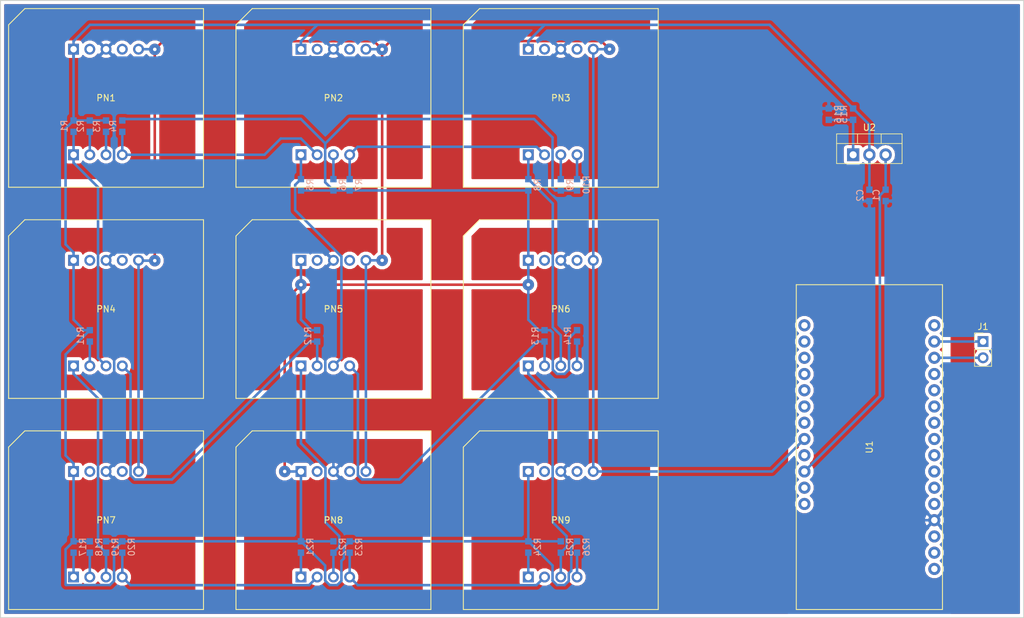
<source format=kicad_pcb>
(kicad_pcb (version 20171130) (host pcbnew "(5.0.0-rc2-dev-620-g5d71153ea)")
  (layers (0 F.Cu signal) (31 B.Cu signal) (34 B.Paste user) (35 F.Paste user) (36 B.SilkS user) (37 F.SilkS user) (38 B.Mask user) (39 F.Mask user) (44 Edge.Cuts user))
  (net 0 "")
  (net 1 "Net-(PN2-Pad2)")
  (net 2 VDD)
  (net 3 GND)
  (net 4 "Net-(PN2-Pad4)")
  (net 5 /nReset)
  (net 6 "Net-(PN2-Pad6)")
  (net 7 "Net-(PN1-Pad6)")
  (net 8 "Net-(PN2-Pad9)")
  (net 9 "Net-(PN3-Pad9)")
  (net 10 "Net-(PN3-Pad6)")
  (net 11 "Net-(PN3-Pad4)")
  (net 12 "Net-(PN3-Pad2)")
  (net 13 "Net-(PN4-Pad2)")
  (net 14 "Net-(PN4-Pad4)")
  (net 15 "Net-(PN4-Pad6)")
  (net 16 "Net-(PN1-Pad9)")
  (net 17 "Net-(PN4-Pad9)")
  (net 18 "Net-(PN5-Pad9)")
  (net 19 "Net-(PN5-Pad6)")
  (net 20 "Net-(PN5-Pad4)")
  (net 21 "Net-(PN5-Pad2)")
  (net 22 "Net-(PN6-Pad2)")
  (net 23 "Net-(PN6-Pad4)")
  (net 24 "Net-(PN6-Pad6)")
  (net 25 "Net-(PN6-Pad9)")
  (net 26 "Net-(PN7-Pad9)")
  (net 27 "Net-(PN7-Pad6)")
  (net 28 "Net-(PN7-Pad4)")
  (net 29 "Net-(PN7-Pad2)")
  (net 30 "Net-(PN8-Pad2)")
  (net 31 "Net-(PN8-Pad4)")
  (net 32 "Net-(PN8-Pad6)")
  (net 33 "Net-(PN8-Pad9)")
  (net 34 "Net-(PN9-Pad9)")
  (net 35 "Net-(PN9-Pad6)")
  (net 36 "Net-(PN9-Pad4)")
  (net 37 "Net-(PN9-Pad2)")
  (net 38 "Net-(PN1-Pad2)")
  (net 39 "Net-(PN1-Pad4)")
  (net 40 "Net-(PN1-Pad7)")
  (net 41 "Net-(PN1-Pad8)")
  (net 42 "Net-(PN2-Pad8)")
  (net 43 "Net-(PN3-Pad8)")
  (net 44 "Net-(PN4-Pad7)")
  (net 45 "Net-(PN7-Pad7)")
  (net 46 /RX)
  (net 47 /TX)
  (net 48 VBUS)
  (net 49 "Net-(U1-Pad14)")
  (net 50 "Net-(R15-Pad2)")
  (module custom:PicoNode-Socket-PH (layer F.Cu) (at 137.16 62.23)
    (fp_text reference PN3 (at 0 -13.97) (layer F.SilkS))
    (fp_text value PicoNode-Socket-PH)
    (pad 9 thru_hole circle (at 2.54 -5.08) (size 1.7 1.7) (drill 1) (layers *.Cu *.Mask) (net 9 "Net-(PN3-Pad9)"))
    (pad 8 thru_hole circle (at 0 -5.08) (size 1.7 1.7) (drill 1) (layers *.Cu *.Mask) (net 43 "Net-(PN3-Pad8)"))
    (pad 7 thru_hole circle (at -2.54 -5.08) (size 1.7 1.7) (drill 1) (layers *.Cu *.Mask) (net 8 "Net-(PN2-Pad9)"))
    (pad 6 thru_hole rect (at -5.08 -5.08) (size 1.7 1.7) (drill 1) (layers *.Cu *.Mask) (net 10 "Net-(PN3-Pad6)"))
    (pad 5 thru_hole circle (at 5.08 -21.59) (size 1.7 1.7) (drill 1) (layers *.Cu *.Mask) (net 5 /nReset))
    (pad 4 thru_hole circle (at 2.54 -21.59) (size 1.7 1.7) (drill 1) (layers *.Cu *.Mask) (net 11 "Net-(PN3-Pad4)"))
    (pad 3 thru_hole circle (at 0 -21.59) (size 1.7 1.7) (drill 1) (layers *.Cu *.Mask) (net 3 GND))
    (pad 1 thru_hole rect (at -5.08 -21.59) (size 1.7 1.7) (drill 1) (layers *.Cu *.Mask) (net 2 VDD))
    (pad 2 thru_hole circle (at -2.54 -21.59) (size 1.7 1.7) (drill 1) (layers *.Cu *.Mask) (net 12 "Net-(PN3-Pad2)"))
  )
  (module Capacitor_SMD:C_0603_1608Metric_Pad0.99x1.00mm_HandSolder (layer B.Cu) (at 187.96 63.5 270)
    (fp_text reference C1 (at 0 1.45 270) (layer B.SilkS) (effects (justify mirror)))
    (fp_text value 0.1µF)
    (pad 2 smd rect (at 0.8875 0 270) (size 0.995 1) (layers B.Cu B.Paste B.Mask) (net 3 GND))
    (pad 1 smd rect (at -0.8875 0 270) (size 0.995 1) (layers B.Cu B.Paste B.Mask) (net 48 VBUS))
  )
  (module Capacitor_SMD:C_0603_1608Metric_Pad0.99x1.00mm_HandSolder (layer B.Cu) (at 185.42 63.5 270)
    (fp_text reference C2 (at 0 1.45 270) (layer B.SilkS) (effects (justify mirror)))
    (fp_text value 1.0µF)
    (pad 1 smd rect (at -0.8875 0 270) (size 0.995 1) (layers B.Cu B.Paste B.Mask) (net 2 VDD))
    (pad 2 smd rect (at 0.8875 0 270) (size 0.995 1) (layers B.Cu B.Paste B.Mask) (net 3 GND))
  )
  (module Package_TO_SOT_THT:TO-220-3_Vertical (layer F.Cu) (at 182.88 57.15)
    (fp_text reference U2 (at 2.54 -4.27) (layer F.SilkS))
    (fp_text value LM317_3PinPackage)
    (pad 1 thru_hole rect (at 0 0) (size 1.905 2) (drill 1.1) (layers *.Cu *.Mask) (net 50 "Net-(R15-Pad2)"))
    (pad 2 thru_hole oval (at 2.54 0) (size 1.905 2) (drill 1.1) (layers *.Cu *.Mask) (net 2 VDD))
    (pad 3 thru_hole oval (at 5.08 0) (size 1.905 2) (drill 1.1) (layers *.Cu *.Mask) (net 48 VBUS))
  )
  (module Resistor_SMD:R_0603_1608Metric_Pad0.99x1.00mm_HandSolder (layer B.Cu) (at 182.88 50.8 270)
    (fp_text reference R15 (at 0 1.45 270) (layer B.SilkS) (effects (justify mirror)))
    (fp_text value 240)
    (pad 2 smd rect (at 0.8875 0 270) (size 0.995 1) (layers B.Cu B.Paste B.Mask) (net 50 "Net-(R15-Pad2)"))
    (pad 1 smd rect (at -0.8875 0 270) (size 0.995 1) (layers B.Cu B.Paste B.Mask) (net 2 VDD))
  )
  (module Resistor_SMD:R_0603_1608Metric_Pad0.99x1.00mm_HandSolder (layer B.Cu) (at 179.07 50.8 90)
    (fp_text reference R16 (at 0 1.45 90) (layer B.SilkS) (effects (justify mirror)))
    (fp_text value 390)
    (pad 1 smd rect (at -0.8875 0 90) (size 0.995 1) (layers B.Cu B.Paste B.Mask) (net 50 "Net-(R15-Pad2)"))
    (pad 2 smd rect (at 0.8875 0 90) (size 0.995 1) (layers B.Cu B.Paste B.Mask) (net 3 GND))
  )
  (module custom:PicoNode-Socket-PH (layer F.Cu) (at 101.6 95.25)
    (fp_text reference PN5 (at 0 -13.97) (layer F.SilkS))
    (fp_text value PicoNode-Socket-PH)
    (pad 9 thru_hole circle (at 2.54 -5.08) (size 1.7 1.7) (drill 1) (layers *.Cu *.Mask) (net 18 "Net-(PN5-Pad9)"))
    (pad 8 thru_hole circle (at 0 -5.08) (size 1.7 1.7) (drill 1) (layers *.Cu *.Mask) (net 6 "Net-(PN2-Pad6)"))
    (pad 7 thru_hole circle (at -2.54 -5.08) (size 1.7 1.7) (drill 1) (layers *.Cu *.Mask) (net 17 "Net-(PN4-Pad9)"))
    (pad 6 thru_hole rect (at -5.08 -5.08) (size 1.7 1.7) (drill 1) (layers *.Cu *.Mask) (net 19 "Net-(PN5-Pad6)"))
    (pad 5 thru_hole circle (at 5.08 -21.59) (size 1.7 1.7) (drill 1) (layers *.Cu *.Mask) (net 5 /nReset))
    (pad 4 thru_hole circle (at 2.54 -21.59) (size 1.7 1.7) (drill 1) (layers *.Cu *.Mask) (net 20 "Net-(PN5-Pad4)"))
    (pad 3 thru_hole circle (at 0 -21.59) (size 1.7 1.7) (drill 1) (layers *.Cu *.Mask) (net 3 GND))
    (pad 1 thru_hole rect (at -5.08 -21.59) (size 1.7 1.7) (drill 1) (layers *.Cu *.Mask) (net 2 VDD))
    (pad 2 thru_hole circle (at -2.54 -21.59) (size 1.7 1.7) (drill 1) (layers *.Cu *.Mask) (net 21 "Net-(PN5-Pad2)"))
  )
  (module custom:PicoNode-Socket-PH (layer F.Cu) (at 66.04 95.25)
    (fp_text reference PN4 (at 0 -13.97) (layer F.SilkS))
    (fp_text value PicoNode-Socket-PH)
    (pad 2 thru_hole circle (at -2.54 -21.59) (size 1.7 1.7) (drill 1) (layers *.Cu *.Mask) (net 13 "Net-(PN4-Pad2)"))
    (pad 1 thru_hole rect (at -5.08 -21.59) (size 1.7 1.7) (drill 1) (layers *.Cu *.Mask) (net 2 VDD))
    (pad 3 thru_hole circle (at 0 -21.59) (size 1.7 1.7) (drill 1) (layers *.Cu *.Mask) (net 3 GND))
    (pad 4 thru_hole circle (at 2.54 -21.59) (size 1.7 1.7) (drill 1) (layers *.Cu *.Mask) (net 14 "Net-(PN4-Pad4)"))
    (pad 5 thru_hole circle (at 5.08 -21.59) (size 1.7 1.7) (drill 1) (layers *.Cu *.Mask) (net 5 /nReset))
    (pad 6 thru_hole rect (at -5.08 -5.08) (size 1.7 1.7) (drill 1) (layers *.Cu *.Mask) (net 15 "Net-(PN4-Pad6)"))
    (pad 7 thru_hole circle (at -2.54 -5.08) (size 1.7 1.7) (drill 1) (layers *.Cu *.Mask) (net 44 "Net-(PN4-Pad7)"))
    (pad 8 thru_hole circle (at 0 -5.08) (size 1.7 1.7) (drill 1) (layers *.Cu *.Mask) (net 7 "Net-(PN1-Pad6)"))
    (pad 9 thru_hole circle (at 2.54 -5.08) (size 1.7 1.7) (drill 1) (layers *.Cu *.Mask) (net 17 "Net-(PN4-Pad9)"))
  )
  (module custom:PicoNode-Socket-PH (layer F.Cu) (at 101.6 62.23)
    (fp_text reference PN2 (at 0 -13.97) (layer F.SilkS))
    (fp_text value PicoNode-Socket-PH)
    (pad 2 thru_hole circle (at -2.54 -21.59) (size 1.7 1.7) (drill 1) (layers *.Cu *.Mask) (net 1 "Net-(PN2-Pad2)"))
    (pad 1 thru_hole rect (at -5.08 -21.59) (size 1.7 1.7) (drill 1) (layers *.Cu *.Mask) (net 2 VDD))
    (pad 3 thru_hole circle (at 0 -21.59) (size 1.7 1.7) (drill 1) (layers *.Cu *.Mask) (net 3 GND))
    (pad 4 thru_hole circle (at 2.54 -21.59) (size 1.7 1.7) (drill 1) (layers *.Cu *.Mask) (net 4 "Net-(PN2-Pad4)"))
    (pad 5 thru_hole circle (at 5.08 -21.59) (size 1.7 1.7) (drill 1) (layers *.Cu *.Mask) (net 5 /nReset))
    (pad 6 thru_hole rect (at -5.08 -5.08) (size 1.7 1.7) (drill 1) (layers *.Cu *.Mask) (net 6 "Net-(PN2-Pad6)"))
    (pad 7 thru_hole circle (at -2.54 -5.08) (size 1.7 1.7) (drill 1) (layers *.Cu *.Mask) (net 16 "Net-(PN1-Pad9)"))
    (pad 8 thru_hole circle (at 0 -5.08) (size 1.7 1.7) (drill 1) (layers *.Cu *.Mask) (net 42 "Net-(PN2-Pad8)"))
    (pad 9 thru_hole circle (at 2.54 -5.08) (size 1.7 1.7) (drill 1) (layers *.Cu *.Mask) (net 8 "Net-(PN2-Pad9)"))
  )
  (module Connector_PinHeader_2.54mm:PinHeader_1x02_P2.54mm_Vertical (layer F.Cu) (at 203.2 86.36)
    (fp_text reference J1 (at 0 -2.33) (layer F.SilkS))
    (fp_text value UART)
    (pad 1 thru_hole rect (at 0 0) (size 1.7 1.7) (drill 1) (layers *.Cu *.Mask) (net 47 /TX))
    (pad 2 thru_hole oval (at 0 2.54) (size 1.7 1.7) (drill 1) (layers *.Cu *.Mask) (net 46 /RX))
  )
  (module Resistor_SMD:R_0603_1608Metric_Pad0.99x1.00mm_HandSolder (layer B.Cu) (at 63.5 52.677056 270)
    (fp_text reference R2 (at 0 1.45 270) (layer B.SilkS) (effects (justify mirror)))
    (fp_text value 4.7K)
    (pad 2 smd rect (at 0.8875 0 270) (size 0.995 1) (layers B.Cu B.Paste B.Mask) (net 40 "Net-(PN1-Pad7)"))
    (pad 1 smd rect (at -0.8875 0 270) (size 0.995 1) (layers B.Cu B.Paste B.Mask) (net 2 VDD))
  )
  (module Resistor_SMD:R_0603_1608Metric_Pad0.99x1.00mm_HandSolder (layer B.Cu) (at 139.7 118.4925 90)
    (fp_text reference R26 (at 0 1.45 90) (layer B.SilkS) (effects (justify mirror)))
    (fp_text value 4.7K)
    (pad 1 smd rect (at -0.8875 0 90) (size 0.995 1) (layers B.Cu B.Paste B.Mask) (net 34 "Net-(PN9-Pad9)"))
    (pad 2 smd rect (at 0.8875 0 90) (size 0.995 1) (layers B.Cu B.Paste B.Mask) (net 2 VDD))
  )
  (module Resistor_SMD:R_0603_1608Metric_Pad0.99x1.00mm_HandSolder (layer B.Cu) (at 137.16 118.4925 90)
    (fp_text reference R25 (at 0 1.45 90) (layer B.SilkS) (effects (justify mirror)))
    (fp_text value 4.7K)
    (pad 2 smd rect (at 0.8875 0 90) (size 0.995 1) (layers B.Cu B.Paste B.Mask) (net 2 VDD))
    (pad 1 smd rect (at -0.8875 0 90) (size 0.995 1) (layers B.Cu B.Paste B.Mask) (net 24 "Net-(PN6-Pad6)"))
  )
  (module Resistor_SMD:R_0603_1608Metric_Pad0.99x1.00mm_HandSolder (layer B.Cu) (at 132.08 118.4925 90)
    (fp_text reference R24 (at 0 1.45 90) (layer B.SilkS) (effects (justify mirror)))
    (fp_text value 4.7K)
    (pad 1 smd rect (at -0.8875 0 90) (size 0.995 1) (layers B.Cu B.Paste B.Mask) (net 35 "Net-(PN9-Pad6)"))
    (pad 2 smd rect (at 0.8875 0 90) (size 0.995 1) (layers B.Cu B.Paste B.Mask) (net 2 VDD))
  )
  (module Resistor_SMD:R_0603_1608Metric_Pad0.99x1.00mm_HandSolder (layer B.Cu) (at 104.14 118.4925 90)
    (fp_text reference R23 (at 0 1.45 90) (layer B.SilkS) (effects (justify mirror)))
    (fp_text value 4.7K)
    (pad 2 smd rect (at 0.8875 0 90) (size 0.995 1) (layers B.Cu B.Paste B.Mask) (net 2 VDD))
    (pad 1 smd rect (at -0.8875 0 90) (size 0.995 1) (layers B.Cu B.Paste B.Mask) (net 33 "Net-(PN8-Pad9)"))
  )
  (module Resistor_SMD:R_0603_1608Metric_Pad0.99x1.00mm_HandSolder (layer B.Cu) (at 101.6 118.4925 90)
    (fp_text reference R22 (at 0 1.45 90) (layer B.SilkS) (effects (justify mirror)))
    (fp_text value 4.7K)
    (pad 1 smd rect (at -0.8875 0 90) (size 0.995 1) (layers B.Cu B.Paste B.Mask) (net 19 "Net-(PN5-Pad6)"))
    (pad 2 smd rect (at 0.8875 0 90) (size 0.995 1) (layers B.Cu B.Paste B.Mask) (net 2 VDD))
  )
  (module Resistor_SMD:R_0603_1608Metric_Pad0.99x1.00mm_HandSolder (layer B.Cu) (at 96.52 118.4925 90)
    (fp_text reference R21 (at 0 1.45 90) (layer B.SilkS) (effects (justify mirror)))
    (fp_text value 4.7K)
    (pad 2 smd rect (at 0.8875 0 90) (size 0.995 1) (layers B.Cu B.Paste B.Mask) (net 2 VDD))
    (pad 1 smd rect (at -0.8875 0 90) (size 0.995 1) (layers B.Cu B.Paste B.Mask) (net 32 "Net-(PN8-Pad6)"))
  )
  (module Resistor_SMD:R_0603_1608Metric_Pad0.99x1.00mm_HandSolder (layer B.Cu) (at 66.04 118.4925 90)
    (fp_text reference R19 (at 0 1.45 90) (layer B.SilkS) (effects (justify mirror)))
    (fp_text value 4.7K)
    (pad 1 smd rect (at -0.8875 0 90) (size 0.995 1) (layers B.Cu B.Paste B.Mask) (net 15 "Net-(PN4-Pad6)"))
    (pad 2 smd rect (at 0.8875 0 90) (size 0.995 1) (layers B.Cu B.Paste B.Mask) (net 2 VDD))
  )
  (module Resistor_SMD:R_0603_1608Metric_Pad0.99x1.00mm_HandSolder (layer B.Cu) (at 63.5 118.4925 90)
    (fp_text reference R18 (at 0 1.45 90) (layer B.SilkS) (effects (justify mirror)))
    (fp_text value 4.7K)
    (pad 2 smd rect (at 0.8875 0 90) (size 0.995 1) (layers B.Cu B.Paste B.Mask) (net 2 VDD))
    (pad 1 smd rect (at -0.8875 0 90) (size 0.995 1) (layers B.Cu B.Paste B.Mask) (net 45 "Net-(PN7-Pad7)"))
  )
  (module Resistor_SMD:R_0603_1608Metric_Pad0.99x1.00mm_HandSolder (layer B.Cu) (at 60.96 118.4925 90)
    (fp_text reference R17 (at 0 1.45 90) (layer B.SilkS) (effects (justify mirror)))
    (fp_text value 4.7K)
    (pad 1 smd rect (at -0.8875 0 90) (size 0.995 1) (layers B.Cu B.Paste B.Mask) (net 27 "Net-(PN7-Pad6)"))
    (pad 2 smd rect (at 0.8875 0 90) (size 0.995 1) (layers B.Cu B.Paste B.Mask) (net 2 VDD))
  )
  (module Resistor_SMD:R_0603_1608Metric_Pad0.99x1.00mm_HandSolder (layer B.Cu) (at 139.7 85.4725 270)
    (fp_text reference R14 (at 0 1.45 270) (layer B.SilkS) (effects (justify mirror)))
    (fp_text value 4.7K)
    (pad 2 smd rect (at 0.8875 0 270) (size 0.995 1) (layers B.Cu B.Paste B.Mask) (net 25 "Net-(PN6-Pad9)"))
    (pad 1 smd rect (at -0.8875 0 270) (size 0.995 1) (layers B.Cu B.Paste B.Mask) (net 2 VDD))
  )
  (module Resistor_SMD:R_0603_1608Metric_Pad0.99x1.00mm_HandSolder (layer B.Cu) (at 134.62 85.4725 270)
    (fp_text reference R13 (at 0 1.45 270) (layer B.SilkS) (effects (justify mirror)))
    (fp_text value 4.7K)
    (pad 1 smd rect (at -0.8875 0 270) (size 0.995 1) (layers B.Cu B.Paste B.Mask) (net 2 VDD))
    (pad 2 smd rect (at 0.8875 0 270) (size 0.995 1) (layers B.Cu B.Paste B.Mask) (net 18 "Net-(PN5-Pad9)"))
  )
  (module Resistor_SMD:R_0603_1608Metric_Pad0.99x1.00mm_HandSolder (layer B.Cu) (at 60.96 52.677056 270)
    (fp_text reference R1 (at 0 1.45 270) (layer B.SilkS) (effects (justify mirror)))
    (fp_text value 4.7K)
    (pad 2 smd rect (at 0.8875 0 270) (size 0.995 1) (layers B.Cu B.Paste B.Mask) (net 7 "Net-(PN1-Pad6)"))
    (pad 1 smd rect (at -0.8875 0 270) (size 0.995 1) (layers B.Cu B.Paste B.Mask) (net 2 VDD))
  )
  (module Resistor_SMD:R_0603_1608Metric_Pad0.99x1.00mm_HandSolder (layer B.Cu) (at 66.04 52.677056 270)
    (fp_text reference R3 (at 0 1.45 270) (layer B.SilkS) (effects (justify mirror)))
    (fp_text value 4.7K)
    (pad 1 smd rect (at -0.8875 0 270) (size 0.995 1) (layers B.Cu B.Paste B.Mask) (net 2 VDD))
    (pad 2 smd rect (at 0.8875 0 270) (size 0.995 1) (layers B.Cu B.Paste B.Mask) (net 41 "Net-(PN1-Pad8)"))
  )
  (module Resistor_SMD:R_0603_1608Metric_Pad0.99x1.00mm_HandSolder (layer B.Cu) (at 68.58 52.677056 270)
    (fp_text reference R4 (at 0 1.45 270) (layer B.SilkS) (effects (justify mirror)))
    (fp_text value 4.7K)
    (pad 2 smd rect (at 0.8875 0 270) (size 0.995 1) (layers B.Cu B.Paste B.Mask) (net 16 "Net-(PN1-Pad9)"))
    (pad 1 smd rect (at -0.8875 0 270) (size 0.995 1) (layers B.Cu B.Paste B.Mask) (net 2 VDD))
  )
  (module Resistor_SMD:R_0603_1608Metric_Pad0.99x1.00mm_HandSolder (layer B.Cu) (at 96.52 61.8475 90)
    (fp_text reference R5 (at 0 1.45 90) (layer B.SilkS) (effects (justify mirror)))
    (fp_text value 4.7K)
    (pad 1 smd rect (at -0.8875 0 90) (size 0.995 1) (layers B.Cu B.Paste B.Mask) (net 2 VDD))
    (pad 2 smd rect (at 0.8875 0 90) (size 0.995 1) (layers B.Cu B.Paste B.Mask) (net 6 "Net-(PN2-Pad6)"))
  )
  (module Resistor_SMD:R_0603_1608Metric_Pad0.99x1.00mm_HandSolder (layer B.Cu) (at 101.6 61.8475 90)
    (fp_text reference R6 (at 0 1.45 90) (layer B.SilkS) (effects (justify mirror)))
    (fp_text value 4.7K)
    (pad 2 smd rect (at 0.8875 0 90) (size 0.995 1) (layers B.Cu B.Paste B.Mask) (net 42 "Net-(PN2-Pad8)"))
    (pad 1 smd rect (at -0.8875 0 90) (size 0.995 1) (layers B.Cu B.Paste B.Mask) (net 2 VDD))
  )
  (module Resistor_SMD:R_0603_1608Metric_Pad0.99x1.00mm_HandSolder (layer B.Cu) (at 104.14 61.8475 90)
    (fp_text reference R7 (at 0 1.45 90) (layer B.SilkS) (effects (justify mirror)))
    (fp_text value 4.7K)
    (pad 1 smd rect (at -0.8875 0 90) (size 0.995 1) (layers B.Cu B.Paste B.Mask) (net 2 VDD))
    (pad 2 smd rect (at 0.8875 0 90) (size 0.995 1) (layers B.Cu B.Paste B.Mask) (net 8 "Net-(PN2-Pad9)"))
  )
  (module Resistor_SMD:R_0603_1608Metric_Pad0.99x1.00mm_HandSolder (layer B.Cu) (at 132.08 61.8475 90)
    (fp_text reference R8 (at 0 1.45 90) (layer B.SilkS) (effects (justify mirror)))
    (fp_text value 4.7K)
    (pad 2 smd rect (at 0.8875 0 90) (size 0.995 1) (layers B.Cu B.Paste B.Mask) (net 10 "Net-(PN3-Pad6)"))
    (pad 1 smd rect (at -0.8875 0 90) (size 0.995 1) (layers B.Cu B.Paste B.Mask) (net 2 VDD))
  )
  (module Resistor_SMD:R_0603_1608Metric_Pad0.99x1.00mm_HandSolder (layer B.Cu) (at 137.16 61.8475 90)
    (fp_text reference R9 (at 0 1.45 90) (layer B.SilkS) (effects (justify mirror)))
    (fp_text value 4.7K)
    (pad 1 smd rect (at -0.8875 0 90) (size 0.995 1) (layers B.Cu B.Paste B.Mask) (net 2 VDD))
    (pad 2 smd rect (at 0.8875 0 90) (size 0.995 1) (layers B.Cu B.Paste B.Mask) (net 43 "Net-(PN3-Pad8)"))
  )
  (module Resistor_SMD:R_0603_1608Metric_Pad0.99x1.00mm_HandSolder (layer B.Cu) (at 139.7 61.8475 90)
    (fp_text reference R10 (at 0 1.45 90) (layer B.SilkS) (effects (justify mirror)))
    (fp_text value 4.7K)
    (pad 2 smd rect (at 0.8875 0 90) (size 0.995 1) (layers B.Cu B.Paste B.Mask) (net 9 "Net-(PN3-Pad9)"))
    (pad 1 smd rect (at -0.8875 0 90) (size 0.995 1) (layers B.Cu B.Paste B.Mask) (net 2 VDD))
  )
  (module Resistor_SMD:R_0603_1608Metric_Pad0.99x1.00mm_HandSolder (layer B.Cu) (at 63.5 85.4725 270)
    (fp_text reference R11 (at 0 1.45 270) (layer B.SilkS) (effects (justify mirror)))
    (fp_text value 4.7K)
    (pad 1 smd rect (at -0.8875 0 270) (size 0.995 1) (layers B.Cu B.Paste B.Mask) (net 2 VDD))
    (pad 2 smd rect (at 0.8875 0 270) (size 0.995 1) (layers B.Cu B.Paste B.Mask) (net 44 "Net-(PN4-Pad7)"))
  )
  (module Resistor_SMD:R_0603_1608Metric_Pad0.99x1.00mm_HandSolder (layer B.Cu) (at 68.58 118.4925 90)
    (fp_text reference R20 (at 0 1.45 90) (layer B.SilkS) (effects (justify mirror)))
    (fp_text value 4.7K)
    (pad 2 smd rect (at 0.8875 0 90) (size 0.995 1) (layers B.Cu B.Paste B.Mask) (net 2 VDD))
    (pad 1 smd rect (at -0.8875 0 90) (size 0.995 1) (layers B.Cu B.Paste B.Mask) (net 26 "Net-(PN7-Pad9)"))
  )
  (module Resistor_SMD:R_0603_1608Metric_Pad0.99x1.00mm_HandSolder (layer B.Cu) (at 99.06 85.4725 270)
    (fp_text reference R12 (at 0 1.45 270) (layer B.SilkS) (effects (justify mirror)))
    (fp_text value 4.7K)
    (pad 1 smd rect (at -0.8875 0 270) (size 0.995 1) (layers B.Cu B.Paste B.Mask) (net 2 VDD))
    (pad 2 smd rect (at 0.8875 0 270) (size 0.995 1) (layers B.Cu B.Paste B.Mask) (net 17 "Net-(PN4-Pad9)"))
  )
  (module custom:Adafruit_HUZZAH32 (layer F.Cu) (at 196.85 128.27 90)
    (fp_text reference U1 (at 25.4 -11.43 90) (layer F.SilkS))
    (fp_text value Huzzah32)
    (pad 1 thru_hole circle (at 16.51 -21.59 90) (size 1.9 1.9) (drill 1) (layers *.Cu *.Mask))
    (pad 2 thru_hole circle (at 19.05 -21.59 90) (size 1.9 1.9) (drill 1) (layers *.Cu *.Mask))
    (pad 3 thru_hole circle (at 21.59 -21.59 90) (size 1.9 1.9) (drill 1) (layers *.Cu *.Mask) (net 48 VBUS))
    (pad 4 thru_hole circle (at 24.13 -21.59 90) (size 1.9 1.9) (drill 1) (layers *.Cu *.Mask))
    (pad 5 thru_hole circle (at 26.67 -21.59 90) (size 1.9 1.9) (drill 1) (layers *.Cu *.Mask) (net 5 /nReset))
    (pad 6 thru_hole circle (at 29.21 -21.59 90) (size 1.9 1.9) (drill 1) (layers *.Cu *.Mask))
    (pad 7 thru_hole circle (at 31.75 -21.59 90) (size 1.9 1.9) (drill 1) (layers *.Cu *.Mask))
    (pad 8 thru_hole circle (at 34.29 -21.59 90) (size 1.9 1.9) (drill 1) (layers *.Cu *.Mask))
    (pad 9 thru_hole circle (at 36.83 -21.59 90) (size 1.9 1.9) (drill 1) (layers *.Cu *.Mask))
    (pad 10 thru_hole circle (at 39.37 -21.59 90) (size 1.9 1.9) (drill 1) (layers *.Cu *.Mask))
    (pad 11 thru_hole circle (at 41.91 -21.59 90) (size 1.9 1.9) (drill 1) (layers *.Cu *.Mask))
    (pad 12 thru_hole circle (at 44.45 -21.59 90) (size 1.9 1.9) (drill 1) (layers *.Cu *.Mask))
    (pad 13 thru_hole circle (at 6.35 -1.27 90) (size 1.9 1.9) (drill 1) (layers *.Cu *.Mask))
    (pad 14 thru_hole circle (at 8.89 -1.27 90) (size 1.9 1.9) (drill 1) (layers *.Cu *.Mask) (net 49 "Net-(U1-Pad14)"))
    (pad 15 thru_hole circle (at 11.43 -1.27 90) (size 1.9 1.9) (drill 1) (layers *.Cu *.Mask))
    (pad 16 thru_hole circle (at 13.97 -1.27 90) (size 1.9 1.9) (drill 1) (layers *.Cu *.Mask) (net 3 GND))
    (pad 17 thru_hole circle (at 16.51 -1.27 90) (size 1.9 1.9) (drill 1) (layers *.Cu *.Mask))
    (pad 18 thru_hole circle (at 19.05 -1.27 90) (size 1.9 1.9) (drill 1) (layers *.Cu *.Mask))
    (pad 19 thru_hole circle (at 21.59 -1.27 90) (size 1.9 1.9) (drill 1) (layers *.Cu *.Mask))
    (pad 20 thru_hole circle (at 24.13 -1.27 90) (size 1.9 1.9) (drill 1) (layers *.Cu *.Mask))
    (pad 21 thru_hole circle (at 26.67 -1.27 90) (size 1.9 1.9) (drill 1) (layers *.Cu *.Mask))
    (pad 22 thru_hole circle (at 29.21 -1.27 90) (size 1.9 1.9) (drill 1) (layers *.Cu *.Mask))
    (pad 23 thru_hole circle (at 31.75 -1.27 90) (size 1.9 1.9) (drill 1) (layers *.Cu *.Mask))
    (pad 24 thru_hole circle (at 34.29 -1.27 90) (size 1.9 1.9) (drill 1) (layers *.Cu *.Mask))
    (pad 25 thru_hole circle (at 36.83 -1.27 90) (size 1.9 1.9) (drill 1) (layers *.Cu *.Mask))
    (pad 26 thru_hole circle (at 39.37 -1.27 90) (size 1.9 1.9) (drill 1) (layers *.Cu *.Mask) (net 46 /RX))
    (pad 27 thru_hole circle (at 41.91 -1.27 90) (size 1.9 1.9) (drill 1) (layers *.Cu *.Mask) (net 47 /TX))
    (pad 28 thru_hole circle (at 44.45 -1.27 90) (size 1.9 1.9) (drill 1) (layers *.Cu *.Mask))
  )
  (module custom:PicoNode-Socket-PH (layer F.Cu) (at 66.04 62.23)
    (fp_text reference PN1 (at 0 -13.97) (layer F.SilkS))
    (fp_text value PicoNode-Socket-PH)
    (pad 2 thru_hole circle (at -2.54 -21.59) (size 1.7 1.7) (drill 1) (layers *.Cu *.Mask) (net 38 "Net-(PN1-Pad2)"))
    (pad 1 thru_hole rect (at -5.08 -21.59) (size 1.7 1.7) (drill 1) (layers *.Cu *.Mask) (net 2 VDD))
    (pad 3 thru_hole circle (at 0 -21.59) (size 1.7 1.7) (drill 1) (layers *.Cu *.Mask) (net 3 GND))
    (pad 4 thru_hole circle (at 2.54 -21.59) (size 1.7 1.7) (drill 1) (layers *.Cu *.Mask) (net 39 "Net-(PN1-Pad4)"))
    (pad 5 thru_hole circle (at 5.08 -21.59) (size 1.7 1.7) (drill 1) (layers *.Cu *.Mask) (net 5 /nReset))
    (pad 6 thru_hole rect (at -5.08 -5.08) (size 1.7 1.7) (drill 1) (layers *.Cu *.Mask) (net 7 "Net-(PN1-Pad6)"))
    (pad 7 thru_hole circle (at -2.54 -5.08) (size 1.7 1.7) (drill 1) (layers *.Cu *.Mask) (net 40 "Net-(PN1-Pad7)"))
    (pad 8 thru_hole circle (at 0 -5.08) (size 1.7 1.7) (drill 1) (layers *.Cu *.Mask) (net 41 "Net-(PN1-Pad8)"))
    (pad 9 thru_hole circle (at 2.54 -5.08) (size 1.7 1.7) (drill 1) (layers *.Cu *.Mask) (net 16 "Net-(PN1-Pad9)"))
  )
  (module custom:PicoNode-Socket-PH (layer F.Cu) (at 137.16 128.27)
    (fp_text reference PN9 (at 0 -13.97) (layer F.SilkS))
    (fp_text value PicoNode-Socket-PH)
    (pad 9 thru_hole circle (at 2.54 -5.08) (size 1.7 1.7) (drill 1) (layers *.Cu *.Mask) (net 34 "Net-(PN9-Pad9)"))
    (pad 8 thru_hole circle (at 0 -5.08) (size 1.7 1.7) (drill 1) (layers *.Cu *.Mask) (net 24 "Net-(PN6-Pad6)"))
    (pad 7 thru_hole circle (at -2.54 -5.08) (size 1.7 1.7) (drill 1) (layers *.Cu *.Mask) (net 33 "Net-(PN8-Pad9)"))
    (pad 6 thru_hole rect (at -5.08 -5.08) (size 1.7 1.7) (drill 1) (layers *.Cu *.Mask) (net 35 "Net-(PN9-Pad6)"))
    (pad 5 thru_hole circle (at 5.08 -21.59) (size 1.7 1.7) (drill 1) (layers *.Cu *.Mask) (net 5 /nReset))
    (pad 4 thru_hole circle (at 2.54 -21.59) (size 1.7 1.7) (drill 1) (layers *.Cu *.Mask) (net 36 "Net-(PN9-Pad4)"))
    (pad 3 thru_hole circle (at 0 -21.59) (size 1.7 1.7) (drill 1) (layers *.Cu *.Mask) (net 3 GND))
    (pad 1 thru_hole rect (at -5.08 -21.59) (size 1.7 1.7) (drill 1) (layers *.Cu *.Mask) (net 2 VDD))
    (pad 2 thru_hole circle (at -2.54 -21.59) (size 1.7 1.7) (drill 1) (layers *.Cu *.Mask) (net 37 "Net-(PN9-Pad2)"))
  )
  (module custom:PicoNode-Socket-PH (layer F.Cu) (at 101.6 128.27)
    (fp_text reference PN8 (at 0 -13.97) (layer F.SilkS))
    (fp_text value PicoNode-Socket-PH)
    (pad 2 thru_hole circle (at -2.54 -21.59) (size 1.7 1.7) (drill 1) (layers *.Cu *.Mask) (net 30 "Net-(PN8-Pad2)"))
    (pad 1 thru_hole rect (at -5.08 -21.59) (size 1.7 1.7) (drill 1) (layers *.Cu *.Mask) (net 2 VDD))
    (pad 3 thru_hole circle (at 0 -21.59) (size 1.7 1.7) (drill 1) (layers *.Cu *.Mask) (net 3 GND))
    (pad 4 thru_hole circle (at 2.54 -21.59) (size 1.7 1.7) (drill 1) (layers *.Cu *.Mask) (net 31 "Net-(PN8-Pad4)"))
    (pad 5 thru_hole circle (at 5.08 -21.59) (size 1.7 1.7) (drill 1) (layers *.Cu *.Mask) (net 5 /nReset))
    (pad 6 thru_hole rect (at -5.08 -5.08) (size 1.7 1.7) (drill 1) (layers *.Cu *.Mask) (net 32 "Net-(PN8-Pad6)"))
    (pad 7 thru_hole circle (at -2.54 -5.08) (size 1.7 1.7) (drill 1) (layers *.Cu *.Mask) (net 26 "Net-(PN7-Pad9)"))
    (pad 8 thru_hole circle (at 0 -5.08) (size 1.7 1.7) (drill 1) (layers *.Cu *.Mask) (net 19 "Net-(PN5-Pad6)"))
    (pad 9 thru_hole circle (at 2.54 -5.08) (size 1.7 1.7) (drill 1) (layers *.Cu *.Mask) (net 33 "Net-(PN8-Pad9)"))
  )
  (module custom:PicoNode-Socket-PH (layer F.Cu) (at 66.04 128.27)
    (fp_text reference PN7 (at 0 -13.97) (layer F.SilkS))
    (fp_text value PicoNode-Socket-PH)
    (pad 9 thru_hole circle (at 2.54 -5.08) (size 1.7 1.7) (drill 1) (layers *.Cu *.Mask) (net 26 "Net-(PN7-Pad9)"))
    (pad 8 thru_hole circle (at 0 -5.08) (size 1.7 1.7) (drill 1) (layers *.Cu *.Mask) (net 15 "Net-(PN4-Pad6)"))
    (pad 7 thru_hole circle (at -2.54 -5.08) (size 1.7 1.7) (drill 1) (layers *.Cu *.Mask) (net 45 "Net-(PN7-Pad7)"))
    (pad 6 thru_hole rect (at -5.08 -5.08) (size 1.7 1.7) (drill 1) (layers *.Cu *.Mask) (net 27 "Net-(PN7-Pad6)"))
    (pad 5 thru_hole circle (at 5.08 -21.59) (size 1.7 1.7) (drill 1) (layers *.Cu *.Mask) (net 5 /nReset))
    (pad 4 thru_hole circle (at 2.54 -21.59) (size 1.7 1.7) (drill 1) (layers *.Cu *.Mask) (net 28 "Net-(PN7-Pad4)"))
    (pad 3 thru_hole circle (at 0 -21.59) (size 1.7 1.7) (drill 1) (layers *.Cu *.Mask) (net 3 GND))
    (pad 1 thru_hole rect (at -5.08 -21.59) (size 1.7 1.7) (drill 1) (layers *.Cu *.Mask) (net 2 VDD))
    (pad 2 thru_hole circle (at -2.54 -21.59) (size 1.7 1.7) (drill 1) (layers *.Cu *.Mask) (net 29 "Net-(PN7-Pad2)"))
  )
  (module custom:PicoNode-Socket-PH (layer F.Cu) (at 137.16 95.25)
    (fp_text reference PN6 (at 0 -13.97) (layer F.SilkS))
    (fp_text value PicoNode-Socket-PH)
    (pad 2 thru_hole circle (at -2.54 -21.59) (size 1.7 1.7) (drill 1) (layers *.Cu *.Mask) (net 22 "Net-(PN6-Pad2)"))
    (pad 1 thru_hole rect (at -5.08 -21.59) (size 1.7 1.7) (drill 1) (layers *.Cu *.Mask) (net 2 VDD))
    (pad 3 thru_hole circle (at 0 -21.59) (size 1.7 1.7) (drill 1) (layers *.Cu *.Mask) (net 3 GND))
    (pad 4 thru_hole circle (at 2.54 -21.59) (size 1.7 1.7) (drill 1) (layers *.Cu *.Mask) (net 23 "Net-(PN6-Pad4)"))
    (pad 5 thru_hole circle (at 5.08 -21.59) (size 1.7 1.7) (drill 1) (layers *.Cu *.Mask) (net 5 /nReset))
    (pad 6 thru_hole rect (at -5.08 -5.08) (size 1.7 1.7) (drill 1) (layers *.Cu *.Mask) (net 24 "Net-(PN6-Pad6)"))
    (pad 7 thru_hole circle (at -2.54 -5.08) (size 1.7 1.7) (drill 1) (layers *.Cu *.Mask) (net 18 "Net-(PN5-Pad9)"))
    (pad 8 thru_hole circle (at 0 -5.08) (size 1.7 1.7) (drill 1) (layers *.Cu *.Mask) (net 10 "Net-(PN3-Pad6)"))
    (pad 9 thru_hole circle (at 2.54 -5.08) (size 1.7 1.7) (drill 1) (layers *.Cu *.Mask) (net 25 "Net-(PN6-Pad9)"))
  )
  (gr_line (start 209.55 33.02) (end 49.53 33.02) (layer Edge.Cuts) (width 0.15))
  (gr_line (start 209.55 129.54) (end 209.55 33.02) (layer Edge.Cuts) (width 0.15))
  (gr_line (start 49.53 129.54) (end 209.55 129.54) (layer Edge.Cuts) (width 0.15))
  (gr_line (start 49.53 33.02) (end 49.53 129.54) (layer Edge.Cuts) (width 0.15))
  (segment (start 66.04 51.789556) (end 63.5 51.789556) (width 0.4) (layer B.Cu) (net 2))
  (segment (start 63.5 51.789556) (end 60.96 51.789556) (width 0.4) (layer B.Cu) (net 2))
  (segment (start 66.04 117.605) (end 68.58 117.605) (width 0.4) (layer B.Cu) (net 2))
  (segment (start 60.96 117.605) (end 63.5 117.605) (width 0.4) (layer B.Cu) (net 2))
  (segment (start 60.96 41.89) (end 60.96 40.64) (width 0.4) (layer B.Cu) (net 2))
  (segment (start 60.96 105.43) (end 59.709999 104.179999) (width 0.4) (layer B.Cu) (net 2))
  (segment (start 60.96 106.68) (end 60.96 105.43) (width 0.4) (layer B.Cu) (net 2))
  (segment (start 60.96 40.64) (end 60.960001 41.890001) (width 0.4) (layer B.Cu) (net 2))
  (segment (start 132.08 77.47) (end 132.08 73.66) (width 0.4) (layer B.Cu) (net 2))
  (segment (start 133.72 84.585) (end 132.08 82.945) (width 0.4) (layer B.Cu) (net 2))
  (segment (start 134.62 84.585) (end 133.72 84.585) (width 0.4) (layer B.Cu) (net 2))
  (segment (start 96.52 77.47) (end 96.52 73.66) (width 0.4) (layer B.Cu) (net 2))
  (segment (start 98.16 84.585) (end 96.52 82.945) (width 0.4) (layer B.Cu) (net 2))
  (segment (start 99.06 84.585) (end 98.16 84.585) (width 0.4) (layer B.Cu) (net 2))
  (segment (start 60.96 82.945) (end 60.96 73.66) (width 0.4) (layer B.Cu) (net 2))
  (segment (start 62.6 84.585) (end 60.96 82.945) (width 0.4) (layer B.Cu) (net 2))
  (segment (start 63.5 84.585) (end 62.6 84.585) (width 0.4) (layer B.Cu) (net 2))
  (segment (start 60.96 51.789556) (end 60.96 40.64) (width 0.4) (layer B.Cu) (net 2))
  (segment (start 60.96 106.68) (end 60.96 117.605) (width 0.4) (layer B.Cu) (net 2))
  (segment (start 96.52 117.605) (end 68.58 117.605) (width 0.4) (layer B.Cu) (net 2))
  (segment (start 68.804556 51.565) (end 68.58 51.789556) (width 0.4) (layer B.Cu) (net 2))
  (segment (start 96.52 51.565) (end 68.804556 51.565) (width 0.4) (layer B.Cu) (net 2))
  (segment (start 132.08 117.605) (end 104.14 117.605) (width 0.4) (layer B.Cu) (net 2))
  (segment (start 63.4975 84.585) (end 63.5 84.585) (width 0.4) (layer B.Cu) (net 2))
  (segment (start 59.709999 88.372501) (end 63.4975 84.585) (width 0.4) (layer B.Cu) (net 2))
  (segment (start 59.709999 104.179999) (end 59.709999 88.372501) (width 0.4) (layer B.Cu) (net 2))
  (segment (start 60.9575 51.789556) (end 60.96 51.789556) (width 0.4) (layer B.Cu) (net 2))
  (segment (start 59.709999 53.037057) (end 60.9575 51.789556) (width 0.4) (layer B.Cu) (net 2))
  (segment (start 59.709999 71.159999) (end 59.709999 53.037057) (width 0.4) (layer B.Cu) (net 2))
  (segment (start 60.96 72.41) (end 59.709999 71.159999) (width 0.4) (layer B.Cu) (net 2))
  (segment (start 60.96 73.66) (end 60.96 72.41) (width 0.4) (layer B.Cu) (net 2))
  (via (at 96.52 77.47) (size 1.8) (drill 0.55) (layers F.Cu B.Cu) (net 2))
  (segment (start 96.52 82.945) (end 96.52 77.47) (width 0.4) (layer B.Cu) (net 2))
  (segment (start 132.08 106.68) (end 132.08 117.605) (width 0.4) (layer B.Cu) (net 2))
  (segment (start 132.08 117.605) (end 137.16 117.605) (width 0.4) (layer B.Cu) (net 2))
  (segment (start 132.0825 117.605) (end 132.08 117.605) (width 0.4) (layer B.Cu) (net 2))
  (segment (start 136.559999 124.440001) (end 135.870001 123.750003) (width 0.4) (layer B.Cu) (net 2))
  (segment (start 135.870001 121.392501) (end 132.0825 117.605) (width 0.4) (layer B.Cu) (net 2))
  (segment (start 137.760001 124.440001) (end 136.559999 124.440001) (width 0.4) (layer B.Cu) (net 2))
  (segment (start 138.410001 123.790001) (end 137.760001 124.440001) (width 0.4) (layer B.Cu) (net 2))
  (segment (start 138.410001 122.589999) (end 138.410001 123.790001) (width 0.4) (layer B.Cu) (net 2))
  (segment (start 138.8 122.2) (end 138.410001 122.589999) (width 0.4) (layer B.Cu) (net 2))
  (segment (start 135.870001 123.750003) (end 135.870001 121.392501) (width 0.4) (layer B.Cu) (net 2))
  (segment (start 138.8 118.5025) (end 138.8 122.2) (width 0.4) (layer B.Cu) (net 2))
  (segment (start 139.6975 117.605) (end 138.8 118.5025) (width 0.4) (layer B.Cu) (net 2))
  (segment (start 139.7 117.605) (end 139.6975 117.605) (width 0.4) (layer B.Cu) (net 2))
  (segment (start 96.52 117.605) (end 101.6 117.605) (width 0.4) (layer B.Cu) (net 2))
  (segment (start 96.5225 117.605) (end 96.52 117.605) (width 0.4) (layer B.Cu) (net 2))
  (segment (start 100.310001 121.392501) (end 96.5225 117.605) (width 0.4) (layer B.Cu) (net 2))
  (segment (start 100.310001 123.750003) (end 100.310001 121.392501) (width 0.4) (layer B.Cu) (net 2))
  (segment (start 100.999999 124.440001) (end 100.310001 123.750003) (width 0.4) (layer B.Cu) (net 2))
  (segment (start 102.200001 124.440001) (end 100.999999 124.440001) (width 0.4) (layer B.Cu) (net 2))
  (segment (start 102.850001 123.790001) (end 102.200001 124.440001) (width 0.4) (layer B.Cu) (net 2))
  (segment (start 102.850001 120.669999) (end 102.850001 123.790001) (width 0.4) (layer B.Cu) (net 2))
  (segment (start 103.24 120.28) (end 102.850001 120.669999) (width 0.4) (layer B.Cu) (net 2))
  (segment (start 103.24 118.5025) (end 103.24 120.28) (width 0.4) (layer B.Cu) (net 2))
  (segment (start 104.1375 117.605) (end 103.24 118.5025) (width 0.4) (layer B.Cu) (net 2))
  (segment (start 104.14 117.605) (end 104.1375 117.605) (width 0.4) (layer B.Cu) (net 2))
  (segment (start 60.9575 117.605) (end 60.96 117.605) (width 0.4) (layer B.Cu) (net 2))
  (segment (start 59.709999 124.360001) (end 59.709999 118.852501) (width 0.4) (layer B.Cu) (net 2))
  (segment (start 59.709999 118.852501) (end 60.9575 117.605) (width 0.4) (layer B.Cu) (net 2))
  (segment (start 59.789999 124.440001) (end 59.709999 124.360001) (width 0.4) (layer B.Cu) (net 2))
  (segment (start 66.640001 124.440001) (end 59.789999 124.440001) (width 0.4) (layer B.Cu) (net 2))
  (segment (start 67.290001 123.790001) (end 66.640001 124.440001) (width 0.4) (layer B.Cu) (net 2))
  (segment (start 67.290001 118.892499) (end 67.290001 123.790001) (width 0.4) (layer B.Cu) (net 2))
  (segment (start 68.5775 117.605) (end 67.290001 118.892499) (width 0.4) (layer B.Cu) (net 2))
  (segment (start 68.58 117.605) (end 68.5775 117.605) (width 0.4) (layer B.Cu) (net 2))
  (segment (start 96.52 106.68) (end 96.52 117.605) (width 0.4) (layer B.Cu) (net 2))
  (via (at 132.08 77.47) (size 1.8) (drill 0.55) (layers F.Cu B.Cu) (net 2))
  (segment (start 96.52 77.47) (end 132.08 77.47) (width 0.4) (layer F.Cu) (net 2))
  (segment (start 132.08 82.945) (end 132.08 77.47) (width 0.4) (layer B.Cu) (net 2))
  (segment (start 138.449999 85.832501) (end 139.6975 84.585) (width 0.4) (layer B.Cu) (net 2))
  (segment (start 138.449999 90.730003) (end 138.449999 85.832501) (width 0.4) (layer B.Cu) (net 2))
  (segment (start 137.760001 91.420001) (end 138.449999 90.730003) (width 0.4) (layer B.Cu) (net 2))
  (segment (start 136.559999 91.420001) (end 137.760001 91.420001) (width 0.4) (layer B.Cu) (net 2))
  (segment (start 135.909999 90.770001) (end 136.559999 91.420001) (width 0.4) (layer B.Cu) (net 2))
  (segment (start 135.909999 84.974999) (end 135.909999 90.770001) (width 0.4) (layer B.Cu) (net 2))
  (segment (start 139.6975 84.585) (end 139.7 84.585) (width 0.4) (layer B.Cu) (net 2))
  (segment (start 135.52 84.585) (end 135.909999 84.974999) (width 0.4) (layer B.Cu) (net 2))
  (segment (start 134.62 84.585) (end 135.52 84.585) (width 0.4) (layer B.Cu) (net 2))
  (via (at 93.98 106.68) (size 1.8) (drill 0.55) (layers F.Cu B.Cu) (net 2))
  (segment (start 96.52 77.47) (end 93.98 80.01) (width 0.4) (layer F.Cu) (net 2))
  (segment (start 93.98 80.01) (end 93.98 106.68) (width 0.4) (layer F.Cu) (net 2))
  (segment (start 93.98 106.68) (end 96.52 106.68) (width 0.4) (layer B.Cu) (net 2))
  (segment (start 96.52 51.565) (end 94.48494 51.565) (width 0.4) (layer B.Cu) (net 2))
  (segment (start 185.42 62.6125) (end 185.42 57.15) (width 0.4) (layer B.Cu) (net 2))
  (segment (start 182.8825 49.9125) (end 182.88 49.9125) (width 0.4) (layer B.Cu) (net 2))
  (segment (start 185.42 52.45) (end 182.8825 49.9125) (width 0.4) (layer B.Cu) (net 2))
  (segment (start 185.42 57.15) (end 185.42 52.45) (width 0.4) (layer B.Cu) (net 2))
  (segment (start 182.8775 49.9125) (end 169.795 36.83) (width 0.4) (layer B.Cu) (net 2))
  (segment (start 182.88 49.9125) (end 182.8775 49.9125) (width 0.4) (layer B.Cu) (net 2))
  (segment (start 132.08 39.39) (end 132.08 40.64) (width 0.4) (layer B.Cu) (net 2))
  (segment (start 134.64 36.83) (end 132.08 39.39) (width 0.4) (layer B.Cu) (net 2))
  (segment (start 169.795 36.83) (end 134.64 36.83) (width 0.4) (layer B.Cu) (net 2))
  (segment (start 99.08 36.83) (end 96.52 39.39) (width 0.4) (layer B.Cu) (net 2))
  (segment (start 96.52 39.39) (end 96.52 40.64) (width 0.4) (layer B.Cu) (net 2))
  (segment (start 134.64 36.83) (end 99.08 36.83) (width 0.4) (layer B.Cu) (net 2))
  (segment (start 60.96 39.39) (end 60.96 40.64) (width 0.4) (layer B.Cu) (net 2))
  (segment (start 63.52 36.83) (end 60.96 39.39) (width 0.4) (layer B.Cu) (net 2))
  (segment (start 99.08 36.83) (end 63.52 36.83) (width 0.4) (layer B.Cu) (net 2))
  (segment (start 96.52 62.735) (end 101.6 62.735) (width 0.4) (layer B.Cu) (net 2))
  (segment (start 101.6 62.735) (end 104.14 62.735) (width 0.4) (layer B.Cu) (net 2))
  (segment (start 100.310001 55.355001) (end 96.52 51.565) (width 0.4) (layer B.Cu) (net 2))
  (segment (start 100.310001 61.447501) (end 100.310001 55.355001) (width 0.4) (layer B.Cu) (net 2))
  (segment (start 101.5975 62.735) (end 100.310001 61.447501) (width 0.4) (layer B.Cu) (net 2))
  (segment (start 101.6 62.735) (end 101.5975 62.735) (width 0.4) (layer B.Cu) (net 2))
  (segment (start 132.08 62.735) (end 132.08 73.66) (width 0.4) (layer B.Cu) (net 2))
  (segment (start 104.14 62.735) (end 132.08 62.735) (width 0.4) (layer B.Cu) (net 2))
  (segment (start 139.7 62.735) (end 137.16 62.735) (width 0.4) (layer B.Cu) (net 2))
  (segment (start 100.349999 55.355001) (end 100.310001 55.355001) (width 0.4) (layer B.Cu) (net 2))
  (segment (start 137.16 62.735) (end 136.26 62.735) (width 0.4) (layer B.Cu) (net 2))
  (segment (start 135.870001 62.345001) (end 135.870001 54.455001) (width 0.4) (layer B.Cu) (net 2))
  (segment (start 135.870001 54.455001) (end 132.98 51.565) (width 0.4) (layer B.Cu) (net 2))
  (segment (start 136.26 62.735) (end 135.870001 62.345001) (width 0.4) (layer B.Cu) (net 2))
  (segment (start 132.98 51.565) (end 104.14 51.565) (width 0.4) (layer B.Cu) (net 2))
  (segment (start 104.14 51.565) (end 100.349999 55.355001) (width 0.4) (layer B.Cu) (net 2))
  (segment (start 67.31 74.93) (end 66.04 73.66) (width 0.4) (layer B.Cu) (net 3))
  (segment (start 67.31 105.41) (end 67.31 74.93) (width 0.4) (layer B.Cu) (net 3))
  (segment (start 66.04 106.68) (end 67.31 105.41) (width 0.4) (layer B.Cu) (net 3))
  (segment (start 144.78 114.3) (end 137.16 106.68) (width 0.4) (layer B.Cu) (net 3))
  (segment (start 195.58 114.3) (end 144.78 114.3) (width 0.4) (layer B.Cu) (net 3))
  (segment (start 100.349999 72.409999) (end 101.6 73.66) (width 0.4) (layer B.Cu) (net 3))
  (segment (start 67.290001 72.409999) (end 100.349999 72.409999) (width 0.4) (layer B.Cu) (net 3))
  (segment (start 101.6 95.651458) (end 101.6 106.68) (width 0.4) (layer B.Cu) (net 3))
  (segment (start 100.33 94.381458) (end 101.6 95.651458) (width 0.4) (layer B.Cu) (net 3))
  (segment (start 100.33 74.93) (end 100.33 94.381458) (width 0.4) (layer B.Cu) (net 3))
  (segment (start 101.6 73.66) (end 100.33 74.93) (width 0.4) (layer B.Cu) (net 3))
  (segment (start 67.290001 72.409999) (end 66.04 73.66) (width 0.4) (layer B.Cu) (net 3))
  (segment (start 67.290001 41.890001) (end 67.290001 72.409999) (width 0.4) (layer B.Cu) (net 3))
  (segment (start 66.04 40.64) (end 67.290001 41.890001) (width 0.4) (layer B.Cu) (net 3))
  (segment (start 140.97 69.85) (end 137.16 73.66) (width 0.4) (layer B.Cu) (net 3))
  (segment (start 140.97 44.45) (end 140.97 69.85) (width 0.4) (layer B.Cu) (net 3))
  (segment (start 137.16 40.64) (end 140.97 44.45) (width 0.4) (layer B.Cu) (net 3))
  (segment (start 74.344014 41.91) (end 100.33 41.91) (width 0.4) (layer B.Cu) (net 3))
  (segment (start 100.33 41.91) (end 101.6 40.64) (width 0.4) (layer B.Cu) (net 3))
  (segment (start 74.284002 41.970012) (end 74.344014 41.91) (width 0.4) (layer B.Cu) (net 3))
  (segment (start 67.370012 41.970012) (end 74.284002 41.970012) (width 0.4) (layer B.Cu) (net 3))
  (segment (start 66.04 40.64) (end 67.370012 41.970012) (width 0.4) (layer B.Cu) (net 3))
  (segment (start 135.909999 41.890001) (end 137.16 40.64) (width 0.4) (layer B.Cu) (net 3))
  (segment (start 109.844001 41.970011) (end 109.924011 41.890001) (width 0.4) (layer B.Cu) (net 3))
  (segment (start 102.930011 41.970011) (end 109.844001 41.970011) (width 0.4) (layer B.Cu) (net 3))
  (segment (start 101.6 40.64) (end 102.930011 41.970011) (width 0.4) (layer B.Cu) (net 3))
  (segment (start 109.924011 41.890001) (end 135.909999 41.890001) (width 0.4) (layer B.Cu) (net 3))
  (segment (start 140.950001 77.450001) (end 137.16 73.66) (width 0.4) (layer B.Cu) (net 3))
  (segment (start 140.950001 102.889999) (end 140.950001 77.450001) (width 0.4) (layer B.Cu) (net 3))
  (segment (start 137.16 106.68) (end 140.950001 102.889999) (width 0.4) (layer B.Cu) (net 3))
  (segment (start 142.24 40.64) (end 142.24 73.66) (width 0.4) (layer B.Cu) (net 5))
  (segment (start 142.24 73.66) (end 142.24 106.68) (width 0.4) (layer B.Cu) (net 5))
  (segment (start 170.18 106.68) (end 175.26 101.6) (width 0.4) (layer B.Cu) (net 5))
  (segment (start 142.24 106.68) (end 170.18 106.68) (width 0.4) (layer B.Cu) (net 5))
  (via (at 73.66 40.67001) (size 1.8) (drill 0.55) (layers F.Cu B.Cu) (net 5))
  (segment (start 71.12 40.64) (end 73.62999 40.64) (width 0.4) (layer B.Cu) (net 5))
  (segment (start 73.62999 40.64) (end 73.66 40.67001) (width 0.4) (layer B.Cu) (net 5))
  (via (at 73.66 73.709999) (size 1.8) (drill 0.55) (layers F.Cu B.Cu) (net 5))
  (segment (start 73.66 40.67001) (end 73.66 73.709999) (width 0.4) (layer F.Cu) (net 5))
  (segment (start 71.169999 73.709999) (end 71.12 73.66) (width 0.4) (layer B.Cu) (net 5))
  (segment (start 73.66 73.709999) (end 71.169999 73.709999) (width 0.4) (layer B.Cu) (net 5))
  (segment (start 71.12 73.66) (end 71.12 106.68) (width 0.4) (layer B.Cu) (net 5))
  (via (at 144.78 40.64) (size 1.8) (drill 0.55) (layers F.Cu B.Cu) (net 5))
  (segment (start 142.24 40.64) (end 144.78 40.64) (width 0.4) (layer B.Cu) (net 5))
  (segment (start 74.940011 39.389999) (end 107.939989 39.389999) (width 0.4) (layer F.Cu) (net 5))
  (segment (start 143.51 39.37) (end 110.52001 39.37) (width 0.4) (layer F.Cu) (net 5))
  (segment (start 110.52001 39.37) (end 109.22 40.67001) (width 0.4) (layer F.Cu) (net 5))
  (segment (start 107.939989 39.389999) (end 109.22 40.67001) (width 0.4) (layer F.Cu) (net 5))
  (segment (start 144.78 40.64) (end 143.51 39.37) (width 0.4) (layer F.Cu) (net 5))
  (segment (start 73.66 40.67001) (end 74.940011 39.389999) (width 0.4) (layer F.Cu) (net 5))
  (segment (start 109.18999 40.64) (end 109.22 40.67001) (width 0.4) (layer B.Cu) (net 5))
  (segment (start 106.68 40.64) (end 109.18999 40.64) (width 0.4) (layer B.Cu) (net 5))
  (via (at 109.22 40.67001) (size 1.8) (drill 0.55) (layers F.Cu B.Cu) (net 5))
  (segment (start 106.68 106.68) (end 106.68 73.66) (width 0.4) (layer B.Cu) (net 5))
  (via (at 109.22 73.66) (size 1.8) (drill 0.55) (layers F.Cu B.Cu) (net 5))
  (segment (start 106.68 73.66) (end 109.22 73.66) (width 0.4) (layer B.Cu) (net 5))
  (segment (start 109.22 73.66) (end 109.22 40.67001) (width 0.4) (layer F.Cu) (net 5))
  (segment (start 96.52 57.15) (end 96.52 60.96) (width 0.4) (layer B.Cu) (net 6))
  (segment (start 96.52 60.96) (end 96.5225 60.96) (width 0.4) (layer B.Cu) (net 6))
  (segment (start 102.850001 88.919999) (end 101.6 90.17) (width 0.4) (layer B.Cu) (net 6))
  (segment (start 102.850001 73.059999) (end 102.850001 88.919999) (width 0.4) (layer B.Cu) (net 6))
  (segment (start 95.619999 65.829997) (end 102.850001 73.059999) (width 0.4) (layer B.Cu) (net 6))
  (segment (start 95.619999 61.857501) (end 95.619999 65.829997) (width 0.4) (layer B.Cu) (net 6))
  (segment (start 96.5175 60.96) (end 95.619999 61.857501) (width 0.4) (layer B.Cu) (net 6))
  (segment (start 96.52 60.96) (end 96.5175 60.96) (width 0.4) (layer B.Cu) (net 6))
  (segment (start 64.789999 88.919999) (end 66.04 90.17) (width 0.4) (layer B.Cu) (net 7))
  (segment (start 64.789999 62.229999) (end 64.789999 88.919999) (width 0.4) (layer B.Cu) (net 7))
  (segment (start 60.96 58.4) (end 64.789999 62.229999) (width 0.4) (layer B.Cu) (net 7))
  (segment (start 60.96 57.15) (end 60.96 58.4) (width 0.4) (layer B.Cu) (net 7))
  (segment (start 60.96 57.15) (end 60.96 53.564556) (width 0.4) (layer B.Cu) (net 7))
  (segment (start 104.14 60.96) (end 104.14 57.15) (width 0.4) (layer B.Cu) (net 8))
  (segment (start 133.369999 55.899999) (end 134.62 57.15) (width 0.4) (layer B.Cu) (net 8))
  (segment (start 105.390001 55.899999) (end 133.369999 55.899999) (width 0.4) (layer B.Cu) (net 8))
  (segment (start 104.14 57.15) (end 105.390001 55.899999) (width 0.4) (layer B.Cu) (net 8))
  (segment (start 139.7 57.15) (end 139.7 60.96) (width 0.4) (layer B.Cu) (net 9))
  (segment (start 132.08 60.96) (end 132.08 57.15) (width 0.4) (layer B.Cu) (net 10))
  (segment (start 137.16 85.376458) (end 137.16 90.17) (width 0.4) (layer B.Cu) (net 10))
  (segment (start 135.909999 84.126457) (end 137.16 85.376458) (width 0.4) (layer B.Cu) (net 10))
  (segment (start 135.909999 64.787499) (end 135.909999 84.126457) (width 0.4) (layer B.Cu) (net 10))
  (segment (start 132.0825 60.96) (end 135.909999 64.787499) (width 0.4) (layer B.Cu) (net 10))
  (segment (start 132.08 60.96) (end 132.0825 60.96) (width 0.4) (layer B.Cu) (net 10))
  (segment (start 66.04 119.38) (end 66.04 123.19) (width 0.4) (layer B.Cu) (net 15))
  (segment (start 64.789999 118.129999) (end 66.04 119.38) (width 0.4) (layer B.Cu) (net 15))
  (segment (start 64.789999 95.249999) (end 64.789999 118.129999) (width 0.4) (layer B.Cu) (net 15))
  (segment (start 60.96 90.17) (end 60.96 91.42) (width 0.4) (layer B.Cu) (net 15))
  (segment (start 60.96 91.42) (end 64.789999 95.249999) (width 0.4) (layer B.Cu) (net 15))
  (segment (start 68.58 57.15) (end 68.58 53.564556) (width 0.4) (layer B.Cu) (net 16))
  (segment (start 90.823942 57.15) (end 93.363942 54.61) (width 0.4) (layer B.Cu) (net 16))
  (segment (start 68.58 57.15) (end 90.823942 57.15) (width 0.4) (layer B.Cu) (net 16))
  (segment (start 96.52 54.61) (end 99.06 57.15) (width 0.4) (layer B.Cu) (net 16))
  (segment (start 93.363942 54.61) (end 96.52 54.61) (width 0.4) (layer B.Cu) (net 16))
  (segment (start 99.06 90.17) (end 99.06 86.36) (width 0.4) (layer B.Cu) (net 17))
  (segment (start 97.909998 86.36) (end 99.06 86.36) (width 0.4) (layer B.Cu) (net 17))
  (segment (start 76.339997 107.930001) (end 97.909998 86.36) (width 0.4) (layer B.Cu) (net 17))
  (segment (start 70.519999 107.930001) (end 76.339997 107.930001) (width 0.4) (layer B.Cu) (net 17))
  (segment (start 69.869999 107.280001) (end 70.519999 107.930001) (width 0.4) (layer B.Cu) (net 17))
  (segment (start 69.869999 91.459999) (end 69.869999 107.280001) (width 0.4) (layer B.Cu) (net 17))
  (segment (start 68.58 90.17) (end 69.869999 91.459999) (width 0.4) (layer B.Cu) (net 17))
  (segment (start 134.62 90.17) (end 134.62 86.36) (width 0.4) (layer B.Cu) (net 18))
  (segment (start 133.469998 86.36) (end 134.62 86.36) (width 0.4) (layer B.Cu) (net 18))
  (segment (start 111.899997 107.930001) (end 133.469998 86.36) (width 0.4) (layer B.Cu) (net 18))
  (segment (start 106.079999 107.930001) (end 111.899997 107.930001) (width 0.4) (layer B.Cu) (net 18))
  (segment (start 105.429999 107.280001) (end 106.079999 107.930001) (width 0.4) (layer B.Cu) (net 18))
  (segment (start 105.429999 91.459999) (end 105.429999 107.280001) (width 0.4) (layer B.Cu) (net 18))
  (segment (start 104.14 90.17) (end 105.429999 91.459999) (width 0.4) (layer B.Cu) (net 18))
  (segment (start 101.6 119.38) (end 101.6 123.19) (width 0.4) (layer B.Cu) (net 19))
  (segment (start 101.6025 119.38) (end 101.6 119.38) (width 0.4) (layer B.Cu) (net 19))
  (segment (start 102.5 118.4825) (end 101.6025 119.38) (width 0.4) (layer B.Cu) (net 19))
  (segment (start 102.500001 116.787499) (end 102.5 118.4825) (width 0.4) (layer B.Cu) (net 19))
  (segment (start 100.349999 114.637497) (end 102.500001 116.787499) (width 0.4) (layer B.Cu) (net 19))
  (segment (start 100.349999 106.119997) (end 100.349999 114.637497) (width 0.4) (layer B.Cu) (net 19))
  (segment (start 96.52 102.289998) (end 100.349999 106.119997) (width 0.4) (layer B.Cu) (net 19))
  (segment (start 96.52 90.17) (end 96.52 102.289998) (width 0.4) (layer B.Cu) (net 19))
  (segment (start 137.16 123.19) (end 137.16 119.38) (width 0.4) (layer B.Cu) (net 24))
  (segment (start 132.08 90.17) (end 132.08 91.42) (width 0.4) (layer B.Cu) (net 24))
  (segment (start 132.08 91.42) (end 135.89 95.23) (width 0.4) (layer B.Cu) (net 24))
  (segment (start 137.1625 119.38) (end 137.16 119.38) (width 0.4) (layer B.Cu) (net 24))
  (segment (start 138.06 118.4825) (end 137.1625 119.38) (width 0.4) (layer B.Cu) (net 24))
  (segment (start 138.060001 116.787499) (end 138.06 118.4825) (width 0.4) (layer B.Cu) (net 24))
  (segment (start 135.89 114.617498) (end 138.060001 116.787499) (width 0.4) (layer B.Cu) (net 24))
  (segment (start 135.89 95.23) (end 135.89 114.617498) (width 0.4) (layer B.Cu) (net 24))
  (segment (start 139.7 90.17) (end 139.7 86.36) (width 0.4) (layer B.Cu) (net 25))
  (segment (start 97.79 124.46) (end 99.06 123.19) (width 0.4) (layer B.Cu) (net 26))
  (segment (start 69.85 124.46) (end 97.79 124.46) (width 0.4) (layer B.Cu) (net 26))
  (segment (start 68.58 123.19) (end 69.85 124.46) (width 0.4) (layer B.Cu) (net 26))
  (segment (start 68.58 119.38) (end 68.58 123.19) (width 0.4) (layer B.Cu) (net 26))
  (segment (start 60.96 119.38) (end 60.96 123.19) (width 0.4) (layer B.Cu) (net 27))
  (segment (start 96.52 119.38) (end 96.52 123.19) (width 0.4) (layer B.Cu) (net 32))
  (segment (start 133.35 124.46) (end 134.62 123.19) (width 0.4) (layer B.Cu) (net 33))
  (segment (start 105.41 124.46) (end 133.35 124.46) (width 0.4) (layer B.Cu) (net 33))
  (segment (start 104.14 123.19) (end 105.41 124.46) (width 0.4) (layer B.Cu) (net 33))
  (segment (start 104.14 119.38) (end 104.14 123.19) (width 0.4) (layer B.Cu) (net 33))
  (segment (start 139.7 123.19) (end 139.7 119.38) (width 0.4) (layer B.Cu) (net 34))
  (segment (start 132.08 123.19) (end 132.08 119.38) (width 0.4) (layer B.Cu) (net 35))
  (segment (start 63.5 57.15) (end 63.5 53.564556) (width 0.4) (layer B.Cu) (net 40))
  (segment (start 66.04 57.15) (end 66.04 53.564556) (width 0.4) (layer B.Cu) (net 41))
  (segment (start 101.6 60.96) (end 101.6 57.15) (width 0.4) (layer B.Cu) (net 42))
  (segment (start 137.16 57.15) (end 137.16 60.96) (width 0.4) (layer B.Cu) (net 43))
  (segment (start 63.5 86.36) (end 63.5 90.17) (width 0.4) (layer B.Cu) (net 44))
  (segment (start 63.5 119.38) (end 63.5 123.19) (width 0.4) (layer B.Cu) (net 45))
  (segment (start 195.58 88.9) (end 203.2 88.9) (width 0.4) (layer B.Cu) (net 46))
  (segment (start 195.58 86.36) (end 203.2 86.36) (width 0.4) (layer B.Cu) (net 47))
  (segment (start 187.96 62.6125) (end 187.96 57.15) (width 0.4) (layer B.Cu) (net 48))
  (segment (start 187.06 94.88) (end 175.26 106.68) (width 0.4) (layer B.Cu) (net 48))
  (segment (start 187.06 63.51) (end 187.06 94.88) (width 0.4) (layer B.Cu) (net 48))
  (segment (start 187.9575 62.6125) (end 187.06 63.51) (width 0.4) (layer B.Cu) (net 48))
  (segment (start 187.96 62.6125) (end 187.9575 62.6125) (width 0.4) (layer B.Cu) (net 48))
  (segment (start 179.07 51.6875) (end 182.88 51.6875) (width 0.4) (layer B.Cu) (net 50))
  (segment (start 182.88 57.15) (end 182.88 51.6875) (width 0.4) (layer B.Cu) (net 50))
  (zone (net 3) (net_name GND) (layer B.Cu) (connect_pads (clearance 0.508)) (min_thickness 0.254) (fill yes (arc_segments 16) (thermal_gap 0.508) (thermal_bridge_width 0.508))
    (polygon (pts (xy 49.53 33.02) (xy 49.53 129.54) (xy 209.55 129.54) (xy 209.55 33.02)))
  )
  (zone (net 0) (net_name "") (layer F.Cu) (connect_pads (clearance 0.508)) (min_thickness 0.254) (fill yes (arc_segments 16) (thermal_gap 0.508) (thermal_bridge_width 0.508))
    (polygon (pts (xy 49.53 33.02) (xy 49.53 129.54) (xy 209.55 129.54) (xy 209.55 33.02)))
  )
  (zone (net 0) (net_name "") (layer F.Cu) (connect_pads (clearance 0.508)) (min_thickness 0.254)
    (keepout (tracks allowed) (vias allowed) (copperpour not_allowed))
    (fill (arc_segments 16) (thermal_gap 0.508) (thermal_bridge_width 0.508))
    (polygon (pts (xy 172.72 129.54) (xy 172.72 76.2) (xy 198.12 76.2) (xy 198.12 129.54)))
    (polygon (pts (xy 173.99 128.27) (xy 173.99 77.47) (xy 196.85 77.47) (xy 196.85 128.27)))
  )
  (zone (net 0) (net_name "") (layer F.Cu) (connect_pads (clearance 0.508)) (min_thickness 0.254)
    (keepout (tracks allowed) (vias allowed) (copperpour not_allowed))
    (fill (arc_segments 16) (thermal_gap 0.508) (thermal_bridge_width 0.508))
    (polygon (pts (xy 81.28 62.23) (xy 50.8 62.23) (xy 50.8 36.83) (xy 53.34 34.29) (xy 81.28 34.29)))
    (polygon (pts (xy 52.07 60.96) (xy 52.07 36.83) (xy 53.34 35.56) (xy 80.01 35.56) (xy 80.01 60.96)))
  )
  (zone (net 0) (net_name "") (layer F.Cu) (connect_pads (clearance 0.508)) (min_thickness 0.254)
    (keepout (tracks allowed) (vias allowed) (copperpour not_allowed))
    (fill (arc_segments 16) (thermal_gap 0.508) (thermal_bridge_width 0.508))
    (polygon (pts (xy 81.28 95.25) (xy 50.8 95.25) (xy 50.8 69.85) (xy 53.34 67.31) (xy 81.28 67.31)))
    (polygon (pts (xy 52.07 93.98) (xy 52.07 69.85) (xy 53.34 68.58) (xy 80.01 68.58) (xy 80.01 93.98)))
  )
  (zone (net 0) (net_name "") (layer F.Cu) (connect_pads (clearance 0.508)) (min_thickness 0.254)
    (keepout (tracks allowed) (vias allowed) (copperpour not_allowed))
    (fill (arc_segments 16) (thermal_gap 0.508) (thermal_bridge_width 0.508))
    (polygon (pts (xy 81.28 128.27) (xy 50.8 128.27) (xy 50.8 102.87) (xy 53.34 100.33) (xy 81.28 100.33)))
    (polygon (pts (xy 52.07 127) (xy 52.07 102.87) (xy 53.34 101.6) (xy 80.01 101.6) (xy 80.01 127)))
  )
  (zone (net 0) (net_name "") (layer F.Cu) (connect_pads (clearance 0.508)) (min_thickness 0.254)
    (keepout (tracks allowed) (vias allowed) (copperpour not_allowed))
    (fill (arc_segments 16) (thermal_gap 0.508) (thermal_bridge_width 0.508))
    (polygon (pts (xy 116.84 128.27) (xy 86.36 128.27) (xy 86.36 102.87) (xy 88.9 100.33) (xy 116.84 100.33)))
    (polygon (pts (xy 87.63 127) (xy 87.63 102.87) (xy 88.9 101.6) (xy 115.57 101.6) (xy 115.57 127)))
  )
  (zone (net 0) (net_name "") (layer F.Cu) (connect_pads (clearance 0.508)) (min_thickness 0.254)
    (keepout (tracks allowed) (vias allowed) (copperpour not_allowed))
    (fill (arc_segments 16) (thermal_gap 0.508) (thermal_bridge_width 0.508))
    (polygon (pts (xy 116.84 95.25) (xy 86.36 95.25) (xy 86.36 69.85) (xy 88.9 67.31) (xy 116.84 67.31)))
    (polygon (pts (xy 87.63 93.98) (xy 87.63 69.85) (xy 88.9 68.58) (xy 115.57 68.58) (xy 115.57 93.98)))
  )
  (zone (net 0) (net_name "") (layer F.Cu) (connect_pads (clearance 0.508)) (min_thickness 0.254)
    (keepout (tracks allowed) (vias allowed) (copperpour not_allowed))
    (fill (arc_segments 16) (thermal_gap 0.508) (thermal_bridge_width 0.508))
    (polygon (pts (xy 116.84 62.23) (xy 86.36 62.23) (xy 86.36 36.83) (xy 88.9 34.29) (xy 116.84 34.29)))
    (polygon (pts (xy 87.63 60.96) (xy 87.63 36.83) (xy 88.9 35.56) (xy 115.57 35.56) (xy 115.57 60.96)))
  )
  (zone (net 0) (net_name "") (layer F.Cu) (connect_pads (clearance 0.508)) (min_thickness 0.254)
    (keepout (tracks allowed) (vias allowed) (copperpour not_allowed))
    (fill (arc_segments 16) (thermal_gap 0.508) (thermal_bridge_width 0.508))
    (polygon (pts (xy 152.4 62.23) (xy 121.92 62.23) (xy 121.92 36.83) (xy 124.46 34.29) (xy 152.4 34.29)))
    (polygon (pts (xy 123.19 60.96) (xy 123.19 36.83) (xy 124.46 35.56) (xy 151.13 35.56) (xy 151.13 60.96)))
  )
  (zone (net 0) (net_name "") (layer F.Cu) (connect_pads (clearance 0.508)) (min_thickness 0.254)
    (keepout (tracks allowed) (vias allowed) (copperpour not_allowed))
    (fill (arc_segments 16) (thermal_gap 0.508) (thermal_bridge_width 0.508))
    (polygon (pts (xy 152.4 95.25) (xy 121.92 95.25) (xy 121.92 69.85) (xy 124.46 67.31) (xy 152.4 67.31)))
    (polygon (pts (xy 123.19 93.98) (xy 123.19 69.85) (xy 124.46 68.58) (xy 151.13 68.58) (xy 151.13 93.98)))
  )
  (zone (net 0) (net_name "") (layer F.Cu) (connect_pads (clearance 0.508)) (min_thickness 0.254)
    (keepout (tracks allowed) (vias allowed) (copperpour not_allowed))
    (fill (arc_segments 16) (thermal_gap 0.508) (thermal_bridge_width 0.508))
    (polygon (pts (xy 152.4 128.27) (xy 121.92 128.27) (xy 121.92 102.87) (xy 124.46 100.33) (xy 152.4 100.33)))
    (polygon (pts (xy 123.19 127) (xy 123.19 102.87) (xy 124.46 101.6) (xy 151.13 101.6) (xy 151.13 127)))
  )
)
</source>
